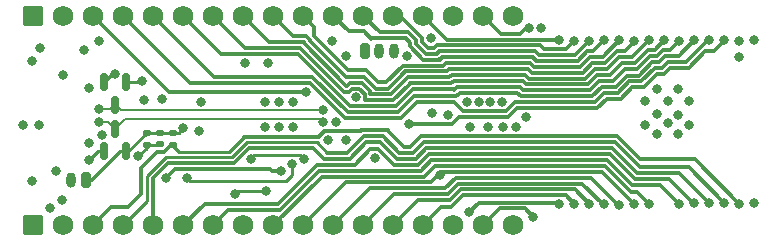
<source format=gbr>
%TF.GenerationSoftware,KiCad,Pcbnew,(6.0.1)*%
%TF.CreationDate,2023-01-04T22:15:02+03:00*%
%TF.ProjectId,EspDevBoard,45737044-6576-4426-9f61-72642e6b6963,rev?*%
%TF.SameCoordinates,Original*%
%TF.FileFunction,Copper,L4,Bot*%
%TF.FilePolarity,Positive*%
%FSLAX46Y46*%
G04 Gerber Fmt 4.6, Leading zero omitted, Abs format (unit mm)*
G04 Created by KiCad (PCBNEW (6.0.1)) date 2023-01-04 22:15:02*
%MOMM*%
%LPD*%
G01*
G04 APERTURE LIST*
G04 Aperture macros list*
%AMRoundRect*
0 Rectangle with rounded corners*
0 $1 Rounding radius*
0 $2 $3 $4 $5 $6 $7 $8 $9 X,Y pos of 4 corners*
0 Add a 4 corners polygon primitive as box body*
4,1,4,$2,$3,$4,$5,$6,$7,$8,$9,$2,$3,0*
0 Add four circle primitives for the rounded corners*
1,1,$1+$1,$2,$3*
1,1,$1+$1,$4,$5*
1,1,$1+$1,$6,$7*
1,1,$1+$1,$8,$9*
0 Add four rect primitives between the rounded corners*
20,1,$1+$1,$2,$3,$4,$5,0*
20,1,$1+$1,$4,$5,$6,$7,0*
20,1,$1+$1,$6,$7,$8,$9,0*
20,1,$1+$1,$8,$9,$2,$3,0*%
G04 Aperture macros list end*
%TA.AperFunction,ComponentPad*%
%ADD10RoundRect,0.250000X-0.620000X-0.620000X0.620000X-0.620000X0.620000X0.620000X-0.620000X0.620000X0*%
%TD*%
%TA.AperFunction,ComponentPad*%
%ADD11C,1.740000*%
%TD*%
%TA.AperFunction,ComponentPad*%
%ADD12RoundRect,0.200000X0.200000X0.450000X-0.200000X0.450000X-0.200000X-0.450000X0.200000X-0.450000X0*%
%TD*%
%TA.AperFunction,ComponentPad*%
%ADD13O,0.800000X1.300000*%
%TD*%
%TA.AperFunction,ComponentPad*%
%ADD14RoundRect,0.200000X-0.200000X-0.450000X0.200000X-0.450000X0.200000X0.450000X-0.200000X0.450000X0*%
%TD*%
%TA.AperFunction,SMDPad,CuDef*%
%ADD15RoundRect,0.150000X0.150000X-0.587500X0.150000X0.587500X-0.150000X0.587500X-0.150000X-0.587500X0*%
%TD*%
%TA.AperFunction,SMDPad,CuDef*%
%ADD16RoundRect,0.150000X-0.150000X0.587500X-0.150000X-0.587500X0.150000X-0.587500X0.150000X0.587500X0*%
%TD*%
%TA.AperFunction,SMDPad,CuDef*%
%ADD17RoundRect,0.135000X0.185000X-0.135000X0.185000X0.135000X-0.185000X0.135000X-0.185000X-0.135000X0*%
%TD*%
%TA.AperFunction,SMDPad,CuDef*%
%ADD18RoundRect,0.140000X-0.170000X0.140000X-0.170000X-0.140000X0.170000X-0.140000X0.170000X0.140000X0*%
%TD*%
%TA.AperFunction,SMDPad,CuDef*%
%ADD19RoundRect,0.135000X-0.185000X0.135000X-0.185000X-0.135000X0.185000X-0.135000X0.185000X0.135000X0*%
%TD*%
%TA.AperFunction,ViaPad*%
%ADD20C,0.800000*%
%TD*%
%TA.AperFunction,Conductor*%
%ADD21C,0.250000*%
%TD*%
%TA.AperFunction,Conductor*%
%ADD22C,0.300000*%
%TD*%
%TA.AperFunction,Conductor*%
%ADD23C,0.200000*%
%TD*%
G04 APERTURE END LIST*
D10*
%TO.P,J2,1,Pin_1*%
%TO.N,GND*%
X180900000Y-63300000D03*
D11*
%TO.P,J2,2,Pin_2*%
%TO.N,+3V3*%
X183440000Y-63300000D03*
%TO.P,J2,3,Pin_3*%
%TO.N,/EN*%
X185980000Y-63300000D03*
%TO.P,J2,4,Pin_4*%
%TO.N,/I36*%
X188520000Y-63300000D03*
%TO.P,J2,5,Pin_5*%
%TO.N,/I39*%
X191060000Y-63300000D03*
%TO.P,J2,6,Pin_6*%
%TO.N,/I34*%
X193600000Y-63300000D03*
%TO.P,J2,7,Pin_7*%
%TO.N,/I35*%
X196140000Y-63300000D03*
%TO.P,J2,8,Pin_8*%
%TO.N,/IO32*%
X198680000Y-63300000D03*
%TO.P,J2,9,Pin_9*%
%TO.N,/IO33*%
X201220000Y-63300000D03*
%TO.P,J2,10,Pin_10*%
%TO.N,/IO25*%
X203760000Y-63300000D03*
%TO.P,J2,11,Pin_11*%
%TO.N,/IO26*%
X206300000Y-63300000D03*
%TO.P,J2,12,Pin_12*%
%TO.N,/IO27*%
X208840000Y-63300000D03*
%TO.P,J2,13,Pin_13*%
%TO.N,/IO14*%
X211380000Y-63300000D03*
%TO.P,J2,14,Pin_14*%
%TO.N,/IO12*%
X213920000Y-63300000D03*
%TO.P,J2,15,Pin_15*%
%TO.N,GND*%
X216460000Y-63300000D03*
%TO.P,J2,16,Pin_16*%
%TO.N,/IO13*%
X219000000Y-63300000D03*
%TO.P,J2,17,Pin_17*%
%TO.N,VCC*%
X221540000Y-63300000D03*
%TD*%
D12*
%TO.P,J4,1,Pin_1*%
%TO.N,Net-(C11-Pad1)*%
X185325000Y-77200000D03*
D13*
%TO.P,J4,2,Pin_2*%
%TO.N,+3V3*%
X184075000Y-77200000D03*
%TD*%
D14*
%TO.P,J1,1,Pin_1*%
%TO.N,VBUS*%
X208950000Y-66300000D03*
D13*
%TO.P,J1,2,Pin_2*%
%TO.N,+5V*%
X210200000Y-66300000D03*
%TO.P,J1,3,Pin_3*%
%TO.N,VCC*%
X211450000Y-66300000D03*
%TD*%
D10*
%TO.P,J5,1,Pin_1*%
%TO.N,+3V3*%
X180900000Y-81000000D03*
D11*
%TO.P,J5,2,Pin_2*%
%TO.N,GND*%
X183440000Y-81000000D03*
%TO.P,J5,3,Pin_3*%
%TO.N,/IO23*%
X185980000Y-81000000D03*
%TO.P,J5,4,Pin_4*%
%TO.N,/IO22*%
X188520000Y-81000000D03*
%TO.P,J5,5,Pin_5*%
%TO.N,/TXD0*%
X191060000Y-81000000D03*
%TO.P,J5,6,Pin_6*%
%TO.N,/RXD0*%
X193600000Y-81000000D03*
%TO.P,J5,7,Pin_7*%
%TO.N,/IO21*%
X196140000Y-81000000D03*
%TO.P,J5,8,Pin_8*%
%TO.N,GND*%
X198680000Y-81000000D03*
%TO.P,J5,9,Pin_9*%
%TO.N,/IO19*%
X201220000Y-81000000D03*
%TO.P,J5,10,Pin_10*%
%TO.N,/IO18*%
X203760000Y-81000000D03*
%TO.P,J5,11,Pin_11*%
%TO.N,/IO5*%
X206300000Y-81000000D03*
%TO.P,J5,12,Pin_12*%
%TO.N,/IO17*%
X208840000Y-81000000D03*
%TO.P,J5,13,Pin_13*%
%TO.N,/IO16*%
X211380000Y-81000000D03*
%TO.P,J5,14,Pin_14*%
%TO.N,/IO4*%
X213920000Y-81000000D03*
%TO.P,J5,15,Pin_15*%
%TO.N,/IO0_CON*%
X216460000Y-81000000D03*
%TO.P,J5,16,Pin_16*%
%TO.N,/IO2*%
X219000000Y-81000000D03*
%TO.P,J5,17,Pin_17*%
%TO.N,/IO15*%
X221540000Y-81000000D03*
%TD*%
D15*
%TO.P,Q1,1,G*%
%TO.N,Net-(C11-Pad1)*%
X188750000Y-74737500D03*
%TO.P,Q1,2,S*%
%TO.N,GND*%
X186850000Y-74737500D03*
%TO.P,Q1,3,D*%
%TO.N,/USB_DP*%
X187800000Y-72862500D03*
%TD*%
D16*
%TO.P,Q2,1,G*%
%TO.N,Net-(C11-Pad1)*%
X186850000Y-68925000D03*
%TO.P,Q2,2,S*%
%TO.N,GND*%
X188750000Y-68925000D03*
%TO.P,Q2,3,D*%
%TO.N,/USB_DN*%
X187800000Y-70800000D03*
%TD*%
D17*
%TO.P,R10,1*%
%TO.N,GND*%
X190500000Y-74210000D03*
%TO.P,R10,2*%
%TO.N,Net-(C11-Pad1)*%
X190500000Y-73190000D03*
%TD*%
D18*
%TO.P,C11,1*%
%TO.N,Net-(C11-Pad1)*%
X191600000Y-73220000D03*
%TO.P,C11,2*%
%TO.N,GND*%
X191600000Y-74180000D03*
%TD*%
D19*
%TO.P,R9,1*%
%TO.N,Net-(C11-Pad1)*%
X192700000Y-73190000D03*
%TO.P,R9,2*%
%TO.N,/IO23*%
X192700000Y-74210000D03*
%TD*%
D20*
%TO.N,+3V3*%
X240685000Y-65385000D03*
X207400000Y-73800000D03*
X207400000Y-66700000D03*
X216000000Y-71700000D03*
X200790000Y-67290000D03*
X217900000Y-72700000D03*
X218600000Y-70600000D03*
X219400000Y-72700000D03*
X222600000Y-71900000D03*
X240685000Y-66785000D03*
%TO.N,GND*%
X195100000Y-70600000D03*
X221800000Y-72700000D03*
X236400000Y-70500000D03*
X200500000Y-70600000D03*
X236400000Y-72500000D03*
X186500000Y-65400000D03*
X181400000Y-72500000D03*
X235500000Y-69500000D03*
X214600000Y-65200000D03*
X205875386Y-73800000D03*
X206500000Y-72300000D03*
X183300000Y-78900000D03*
X183375000Y-68325000D03*
X219600000Y-70600000D03*
X233700000Y-73300000D03*
X201700000Y-70600000D03*
X180050000Y-72500000D03*
X208200000Y-70200000D03*
X241955000Y-65355000D03*
X181500000Y-66000000D03*
X202900000Y-70600000D03*
X185200000Y-66200000D03*
X198790000Y-67290000D03*
X182300000Y-79600000D03*
X220600000Y-70600000D03*
X212500000Y-66700000D03*
X233700000Y-71600000D03*
X241955000Y-79155000D03*
X201700000Y-72700000D03*
X233700000Y-69500000D03*
X234600000Y-70500000D03*
X185600000Y-69400000D03*
X217600000Y-70600000D03*
X235500000Y-71700000D03*
X209800000Y-75300000D03*
X200500000Y-72700000D03*
X180800000Y-67100000D03*
X182800000Y-76400000D03*
X202900000Y-72700000D03*
X180800000Y-77300000D03*
X189800000Y-75200000D03*
X190100000Y-68800000D03*
X185600000Y-74100000D03*
X190300000Y-70400000D03*
X185600000Y-75500000D03*
X186750000Y-73350000D03*
X223900000Y-64350000D03*
X214700000Y-71500000D03*
X206200000Y-65400000D03*
X220700000Y-72700000D03*
X194950000Y-73050000D03*
X234600000Y-72400000D03*
X235500000Y-73300000D03*
X232700000Y-72500000D03*
X232700000Y-70500000D03*
%TO.N,Net-(C11-Pad1)*%
X187800000Y-68200000D03*
X191800000Y-70300000D03*
X193600000Y-72800000D03*
%TO.N,/EN*%
X200600000Y-78100000D03*
X204000000Y-69700000D03*
X239415000Y-65315000D03*
X198000000Y-78400000D03*
X212750489Y-72449511D03*
%TO.N,/IO18*%
X215298079Y-76801921D03*
X231795000Y-79205000D03*
%TO.N,/USB_DP*%
X205400000Y-72300000D03*
X186480000Y-72280000D03*
%TO.N,/USB_DN*%
X205400000Y-71300000D03*
X186480000Y-71220000D03*
%TO.N,/I36*%
X238145000Y-65345000D03*
%TO.N,/I39*%
X236875000Y-65375000D03*
%TO.N,/I34*%
X235605000Y-65395000D03*
%TO.N,/I35*%
X234335000Y-65365000D03*
%TO.N,/IO32*%
X233065000Y-65365000D03*
%TO.N,/IO33*%
X231795000Y-65395000D03*
%TO.N,/IO25*%
X230525000Y-65375000D03*
%TO.N,/IO26*%
X229255000Y-65345000D03*
%TO.N,/IO27*%
X227985000Y-65385000D03*
%TO.N,/IO14*%
X226715000Y-65385000D03*
%TO.N,/IO12*%
X225445000Y-65355000D03*
%TO.N,/IO13*%
X222900000Y-64300000D03*
%TO.N,/IO23*%
X240685000Y-79185000D03*
%TO.N,/IO22*%
X239415000Y-79115000D03*
%TO.N,/TXD0*%
X238145000Y-79145000D03*
%TO.N,/RXD0*%
X236875000Y-79175000D03*
%TO.N,/IO21*%
X235605000Y-79205000D03*
%TO.N,/IO19*%
X233065000Y-79235000D03*
%TO.N,/IO5*%
X230525000Y-79275000D03*
%TO.N,/IO17*%
X229255000Y-79245000D03*
%TO.N,/IO16*%
X227985000Y-79215000D03*
%TO.N,/IO4*%
X226715000Y-79215000D03*
%TO.N,/IO2*%
X223200000Y-80300000D03*
%TO.N,/DTR*%
X203850000Y-75450000D03*
X199300000Y-75400000D03*
%TO.N,/IO0*%
X217800000Y-79900000D03*
X225445000Y-79245000D03*
%TO.N,/RXD*%
X192110000Y-77010000D03*
X201900000Y-76400000D03*
%TO.N,/TXD*%
X193900000Y-77000000D03*
X202800000Y-75800000D03*
%TD*%
D21*
%TO.N,GND*%
X186850000Y-74737500D02*
X186362500Y-74737500D01*
X190500000Y-74500000D02*
X189800000Y-75200000D01*
X186362500Y-74737500D02*
X185600000Y-75500000D01*
X191570000Y-74210000D02*
X191600000Y-74180000D01*
X190500000Y-74210000D02*
X191570000Y-74210000D01*
X190500000Y-74210000D02*
X190500000Y-74500000D01*
X189975000Y-68925000D02*
X190100000Y-68800000D01*
X188750000Y-68925000D02*
X189975000Y-68925000D01*
%TO.N,Net-(C11-Pad1)*%
X185325000Y-77200000D02*
X185796072Y-77200000D01*
X187800000Y-68200000D02*
X187575000Y-68200000D01*
X192670000Y-73220000D02*
X192700000Y-73190000D01*
X193210000Y-73190000D02*
X193600000Y-72800000D01*
X191570000Y-73190000D02*
X191600000Y-73220000D01*
X185796072Y-77200000D02*
X188258572Y-74737500D01*
X188952500Y-74737500D02*
X190500000Y-73190000D01*
X192700000Y-73190000D02*
X193210000Y-73190000D01*
X188258572Y-74737500D02*
X188750000Y-74737500D01*
X191600000Y-73220000D02*
X192670000Y-73220000D01*
X187575000Y-68200000D02*
X186850000Y-68925000D01*
X188750000Y-74737500D02*
X188952500Y-74737500D01*
X190500000Y-73190000D02*
X191570000Y-73190000D01*
D22*
%TO.N,/EN*%
X236404654Y-67701773D02*
X234823939Y-67701773D01*
D21*
X198300000Y-78100000D02*
X198000000Y-78400000D01*
D22*
X228651706Y-71099710D02*
X221866688Y-71099710D01*
X237803214Y-66303214D02*
X236404654Y-67701773D01*
X230619285Y-70299039D02*
X229452377Y-70299039D01*
X192380000Y-69700000D02*
X185980000Y-63300000D01*
X234823939Y-67701773D02*
X234313814Y-68211896D01*
X238496786Y-66303214D02*
X237803214Y-66303214D01*
X231566550Y-69351774D02*
X230619285Y-70299039D01*
X233720244Y-68211896D02*
X232580364Y-69351774D01*
X239415000Y-65385000D02*
X238496786Y-66303214D01*
X239415000Y-65315000D02*
X239415000Y-65385000D01*
X229452377Y-70299039D02*
X228651706Y-71099710D01*
X234313814Y-68211896D02*
X233720244Y-68211896D01*
X232580364Y-69351774D02*
X231566550Y-69351774D01*
D21*
X200600000Y-78100000D02*
X198300000Y-78100000D01*
D22*
X204000000Y-69700000D02*
X192380000Y-69700000D01*
X216910939Y-71849031D02*
X216310459Y-72449511D01*
X221117366Y-71849031D02*
X216910939Y-71849031D01*
X216310459Y-72449511D02*
X212750489Y-72449511D01*
X221866688Y-71099710D02*
X221117366Y-71849031D01*
%TO.N,/IO18*%
X214601774Y-77398226D02*
X207361773Y-77398227D01*
X229087411Y-76497411D02*
X215502589Y-76497411D01*
X215502589Y-76497411D02*
X215198079Y-76801921D01*
X207361773Y-77398227D02*
X203760000Y-81000000D01*
X215198079Y-76801921D02*
X214601774Y-77398226D01*
X231795000Y-79205000D02*
X231605000Y-79205000D01*
X231795000Y-79205000D02*
X229087411Y-76497411D01*
D23*
%TO.N,/USB_DP*%
X187217500Y-72280000D02*
X187800000Y-72862500D01*
X188662500Y-72000000D02*
X205100000Y-72000000D01*
X186480000Y-72280000D02*
X187217500Y-72280000D01*
X205100000Y-72000000D02*
X205400000Y-72300000D01*
X187800000Y-72862500D02*
X188662500Y-72000000D01*
%TO.N,/USB_DN*%
X187800000Y-70800000D02*
X188300000Y-71300000D01*
X188300000Y-71300000D02*
X205400000Y-71300000D01*
X187380000Y-71220000D02*
X187800000Y-70800000D01*
X186480000Y-71220000D02*
X187380000Y-71220000D01*
D22*
%TO.N,/I36*%
X194159030Y-68939030D02*
X188520000Y-63300000D01*
X238055000Y-65345000D02*
X236197747Y-67202253D01*
X230412375Y-69799520D02*
X229245472Y-69799520D01*
X221659780Y-70600190D02*
X220910459Y-71349511D01*
X229245472Y-69799520D02*
X228444799Y-70600190D01*
X207036654Y-71655937D02*
X204319748Y-68939031D01*
X238145000Y-65345000D02*
X238055000Y-65345000D01*
X217289541Y-71349511D02*
X216539550Y-70599520D01*
X234106907Y-67712376D02*
X233513336Y-67712376D01*
X233513336Y-67712376D02*
X232373457Y-68852254D01*
X228444799Y-70600190D02*
X221659780Y-70600190D01*
X207329266Y-71948550D02*
X207036654Y-71655937D01*
X234617031Y-67202253D02*
X234106907Y-67712376D01*
X231359642Y-68852254D02*
X230412375Y-69799520D01*
X236197747Y-67202253D02*
X234617031Y-67202253D01*
X232373457Y-68852254D02*
X231359642Y-68852254D01*
X211576196Y-71948550D02*
X207329266Y-71948550D01*
X212051449Y-71948551D02*
X211576196Y-71948550D01*
X216539550Y-70599520D02*
X213400480Y-70599520D01*
X213400480Y-70599520D02*
X212051449Y-71948551D01*
X220910459Y-71349511D02*
X217289541Y-71349511D01*
X204319748Y-68939031D02*
X194159030Y-68939030D01*
%TO.N,/I39*%
X234410123Y-66702733D02*
X233900000Y-67212856D01*
X216999999Y-69808057D02*
X216904028Y-69904028D01*
X204526655Y-68439511D02*
X196199511Y-68439511D01*
X231152734Y-68352734D02*
X230205468Y-69300000D01*
X213132137Y-70100000D02*
X211783105Y-71449031D01*
X217000000Y-69808057D02*
X216904028Y-69904028D01*
X207536174Y-71449030D02*
X204526655Y-68439511D01*
X233306428Y-67212856D02*
X232166550Y-68352734D01*
X196199511Y-68439511D02*
X191060000Y-63300000D01*
X230205468Y-69300000D02*
X229038564Y-69300000D01*
X235547267Y-66702733D02*
X234410123Y-66702733D01*
X228237892Y-70100670D02*
X222187816Y-70100670D01*
X216708057Y-70100000D02*
X213132137Y-70100000D01*
X222187816Y-70100670D02*
X221895203Y-69808057D01*
X232166550Y-68352734D02*
X231152734Y-68352734D01*
X211783105Y-71449031D02*
X207536174Y-71449030D01*
X229038564Y-69300000D02*
X228237892Y-70100670D01*
X233900000Y-67212856D02*
X233306428Y-67212856D01*
X216904028Y-69904028D02*
X216708057Y-70100000D01*
X221895203Y-69808057D02*
X216999999Y-69808057D01*
X236875000Y-65375000D02*
X235547267Y-66702733D01*
%TO.N,/I34*%
X228834538Y-68797598D02*
X228030985Y-69601150D01*
X216791463Y-69308537D02*
X216500000Y-69600000D01*
X228030985Y-69601150D02*
X222394723Y-69601150D01*
X230001442Y-68797598D02*
X228834538Y-68797598D01*
X232013814Y-67799040D02*
X231000000Y-67799040D01*
X231000000Y-67799040D02*
X230001442Y-68797598D01*
X234203214Y-66203214D02*
X233700000Y-66706428D01*
X233693092Y-66699520D02*
X233113336Y-66699520D01*
X222102110Y-69308537D02*
X216791463Y-69308537D01*
X196800000Y-66500000D02*
X193600000Y-63300000D01*
X235605000Y-65395000D02*
X234796786Y-66203214D01*
X233700000Y-66706428D02*
X233693092Y-66699520D01*
X211576198Y-70949511D02*
X207743083Y-70949511D01*
X216412376Y-69512376D02*
X213013333Y-69512376D01*
X213013333Y-69512376D02*
X211576198Y-70949511D01*
X233113336Y-66699520D02*
X232013814Y-67799040D01*
X216500000Y-69600000D02*
X216412376Y-69512376D01*
X207743083Y-70949511D02*
X203293572Y-66500000D01*
X222394723Y-69601150D02*
X222102110Y-69308537D01*
X203293572Y-66500000D02*
X196800000Y-66500000D01*
X234796786Y-66203214D02*
X234203214Y-66203214D01*
%TO.N,/I35*%
X208510459Y-69450489D02*
X207889541Y-69450489D01*
X208949511Y-69889541D02*
X208510459Y-69450489D01*
X216300000Y-69012856D02*
X212806427Y-69012856D01*
X227824078Y-69101630D02*
X222601630Y-69101630D01*
X211369290Y-70449991D02*
X208949991Y-70449991D01*
X228627629Y-68298079D02*
X227824078Y-69101630D01*
X203500000Y-66000000D02*
X198840000Y-66000000D01*
X229721202Y-68298079D02*
X228627629Y-68298079D01*
X212712854Y-69106427D02*
X211369290Y-70449991D01*
X231806907Y-67299520D02*
X230719763Y-67299520D01*
X232906428Y-66200000D02*
X231806907Y-67299520D01*
X206900000Y-69400000D02*
X203500000Y-66000000D01*
X198840000Y-66000000D02*
X196140000Y-63300000D01*
X208949991Y-70449991D02*
X208949511Y-70449511D01*
X207200000Y-69700000D02*
X206700000Y-69200000D01*
X230719763Y-67299520D02*
X229721202Y-68298079D01*
X222601630Y-69032327D02*
X222365463Y-68796160D01*
X207889541Y-69450489D02*
X207640030Y-69700000D01*
X208949511Y-70449511D02*
X208949511Y-69889541D01*
X216516696Y-68796160D02*
X216300000Y-69012856D01*
X233500000Y-66200000D02*
X232906428Y-66200000D01*
X222365463Y-68796160D02*
X216516696Y-68796160D01*
X234335000Y-65365000D02*
X233500000Y-66200000D01*
X222601630Y-69101630D02*
X222601630Y-69032327D01*
X207640030Y-69700000D02*
X207200000Y-69700000D01*
X212806427Y-69012856D02*
X212712854Y-69106427D01*
%TO.N,/IO32*%
X212213334Y-68899520D02*
X211162383Y-69950471D01*
X233065000Y-65365000D02*
X233065000Y-65435000D01*
X229514295Y-67798559D02*
X228420725Y-67798559D01*
X207406428Y-69200000D02*
X203786664Y-65580236D01*
X233065000Y-65365000D02*
X233035000Y-65365000D01*
X203786664Y-65499520D02*
X200879520Y-65499520D01*
X233065000Y-65365000D02*
X232935000Y-65365000D01*
X207682634Y-68950969D02*
X207433603Y-69200000D01*
X208717366Y-68950969D02*
X207682634Y-68950969D01*
X200879520Y-65499520D02*
X198680000Y-63300000D01*
X203786664Y-65580236D02*
X203786664Y-65499520D01*
X233035000Y-65365000D02*
X231600000Y-66800000D01*
X227617171Y-68602110D02*
X222877840Y-68602109D01*
X222877840Y-68602109D02*
X222572371Y-68296640D01*
X228420725Y-67798559D02*
X227617171Y-68602110D01*
X222572371Y-68296640D02*
X216309788Y-68296640D01*
X209449031Y-69682634D02*
X208717366Y-68950969D01*
X216100000Y-68506428D02*
X212606428Y-68506428D01*
X216309788Y-68296640D02*
X216100000Y-68506428D01*
X207433603Y-69200000D02*
X207406428Y-69200000D01*
X212606428Y-68506428D02*
X212213334Y-68899520D01*
X230512856Y-66800000D02*
X229514295Y-67798559D01*
X211162383Y-69950471D02*
X209450471Y-69950471D01*
X209449031Y-69949031D02*
X209449031Y-69682634D01*
X209450471Y-69950471D02*
X209449031Y-69949031D01*
X231600000Y-66800000D02*
X230512856Y-66800000D01*
%TO.N,/IO33*%
X215900000Y-68000000D02*
X215898077Y-67998077D01*
X203993572Y-65000000D02*
X202920000Y-65000000D01*
X215898077Y-67998077D02*
X212408351Y-67998077D01*
X202920000Y-65000000D02*
X201220000Y-63300000D01*
X227410264Y-68102590D02*
X223084747Y-68102589D01*
X231795000Y-65395000D02*
X231795000Y-65405000D01*
X223084747Y-68102589D02*
X222779278Y-67797120D01*
X201900000Y-63300000D02*
X201220000Y-63300000D01*
X207364305Y-68451449D02*
X204306428Y-65393572D01*
X216102880Y-67797120D02*
X215900000Y-68000000D01*
X231000000Y-66300000D02*
X230306428Y-66300000D01*
X209923776Y-69450951D02*
X208924273Y-68451449D01*
X212408351Y-67998077D02*
X212006427Y-68400000D01*
X210955476Y-69450951D02*
X209923776Y-69450951D01*
X231795000Y-65395000D02*
X231705000Y-65395000D01*
X204306428Y-65312857D02*
X204096785Y-65103214D01*
X204306428Y-65393572D02*
X204306428Y-65312857D01*
X228213817Y-67299039D02*
X227410264Y-68102590D01*
X231795000Y-65505000D02*
X231000000Y-66300000D01*
X212006427Y-68400000D02*
X210955476Y-69450951D01*
X230306428Y-66300000D02*
X229307388Y-67299039D01*
X208924273Y-68451449D02*
X207364305Y-68451449D01*
X222779278Y-67797120D02*
X216102880Y-67797120D01*
X231795000Y-65395000D02*
X231795000Y-65505000D01*
X229307388Y-67299039D02*
X228213817Y-67299039D01*
%TO.N,/IO25*%
X210799999Y-68900000D02*
X210100000Y-68900000D01*
X213459273Y-67498557D02*
X212201443Y-67498557D01*
X223291656Y-67603070D02*
X222986186Y-67297600D01*
X207519764Y-67900480D02*
X204809642Y-65190358D01*
X229100481Y-66799519D02*
X228006909Y-66799519D01*
X212201443Y-67498557D02*
X210799999Y-68900000D01*
X228006909Y-66799519D02*
X227203357Y-67603070D01*
X214482611Y-67498559D02*
X213459273Y-67498557D01*
X215601441Y-67498559D02*
X214482611Y-67498559D01*
X204700000Y-65000000D02*
X204700000Y-64240000D01*
X204700000Y-64240000D02*
X203760000Y-63300000D01*
X227203357Y-67603070D02*
X223291656Y-67603070D01*
X209100480Y-67900480D02*
X207519764Y-67900480D01*
X222986186Y-67297600D02*
X215802400Y-67297600D01*
X230525000Y-65375000D02*
X229100481Y-66799519D01*
X215802400Y-67297600D02*
X215601441Y-67498559D01*
X210100000Y-68900000D02*
X209100480Y-67900480D01*
%TO.N,/IO26*%
X226996450Y-67103550D02*
X223498563Y-67103550D01*
X209516428Y-65216428D02*
X208900000Y-64600000D01*
X223498563Y-67103550D02*
X223193093Y-66798080D01*
X208900000Y-64600000D02*
X207600000Y-64600000D01*
X223193093Y-66798080D02*
X215500000Y-66798080D01*
X212800481Y-65562848D02*
X212437153Y-65199520D01*
X215286412Y-66986412D02*
X215273784Y-66999040D01*
X212800481Y-65873307D02*
X212800481Y-65562848D01*
X209533336Y-65199520D02*
X209516428Y-65216428D01*
X207600000Y-64600000D02*
X206300000Y-63300000D01*
X227800000Y-66300000D02*
X226996450Y-67103550D01*
X213926212Y-66999038D02*
X212800481Y-65873307D01*
X212437153Y-65199520D02*
X209533336Y-65199520D01*
X229255000Y-65345000D02*
X228300000Y-66300000D01*
X215273784Y-66999040D02*
X213926212Y-66999038D01*
X228300000Y-66300000D02*
X227800000Y-66300000D01*
X215500000Y-66798080D02*
X215299040Y-66999040D01*
X215299040Y-66999040D02*
X215286412Y-66986412D01*
X229255000Y-65345000D02*
X229084970Y-65345000D01*
%TO.N,/IO27*%
X210240000Y-64700000D02*
X208840000Y-63300000D01*
X214133121Y-66499519D02*
X213300000Y-65666398D01*
X227985000Y-65385000D02*
X227774970Y-65385000D01*
X215267838Y-66298560D02*
X215066877Y-66499520D01*
X223705470Y-66604030D02*
X223400000Y-66298560D01*
X213300000Y-65355939D02*
X212644061Y-64700000D01*
X227985000Y-65385000D02*
X226765970Y-66604030D01*
X223400000Y-66298560D02*
X215267838Y-66298560D01*
X226765970Y-66604030D02*
X223705470Y-66604030D01*
X215066877Y-66499520D02*
X214133121Y-66499519D01*
X213300000Y-65666398D02*
X213300000Y-65355939D01*
X212644061Y-64700000D02*
X210240000Y-64700000D01*
%TO.N,/IO14*%
X211950489Y-63300000D02*
X211380000Y-63300000D01*
X225995489Y-66104511D02*
X224104511Y-66104511D01*
X213850489Y-65200000D02*
X211950489Y-63300000D01*
X214340030Y-66000000D02*
X213850489Y-65510459D01*
X223799040Y-65799040D02*
X215060930Y-65799040D01*
X213850489Y-65510459D02*
X213850489Y-65200000D01*
X224104511Y-66104511D02*
X223799040Y-65799040D01*
X214859970Y-66000000D02*
X214340030Y-66000000D01*
X226715000Y-65385000D02*
X225995489Y-66104511D01*
X215060930Y-65799040D02*
X214859970Y-66000000D01*
%TO.N,/IO12*%
X225389520Y-65299520D02*
X215919520Y-65299520D01*
X215919520Y-65299520D02*
X213920000Y-63300000D01*
X225445000Y-65355000D02*
X225389520Y-65299520D01*
%TO.N,/IO13*%
X222100000Y-64800000D02*
X220500000Y-64800000D01*
X220500000Y-64800000D02*
X219000000Y-63300000D01*
X222600000Y-64300000D02*
X222900000Y-64300000D01*
X222100000Y-64800000D02*
X222600000Y-64300000D01*
%TO.N,/IO23*%
X210900000Y-73000000D02*
X211000000Y-73100000D01*
D21*
X197497886Y-74800000D02*
X198772406Y-73525480D01*
D22*
X208687144Y-73000000D02*
X210900000Y-73000000D01*
X232232136Y-75400000D02*
X230332136Y-73500000D01*
X191990480Y-74809520D02*
X192400000Y-74400000D01*
X236900000Y-75400000D02*
X232232136Y-75400000D01*
X222799706Y-73500294D02*
X213699706Y-73500294D01*
D21*
X193203858Y-74800000D02*
X197497886Y-74800000D01*
D22*
X208637633Y-73049511D02*
X208687144Y-73000000D01*
X187480000Y-79500000D02*
X188900000Y-79500000D01*
X212300000Y-74400000D02*
X211000000Y-73100000D01*
X205074520Y-73525480D02*
X205550489Y-73049511D01*
X198772406Y-73525480D02*
X205074520Y-73525480D01*
X190000000Y-78400000D02*
X190000000Y-76210000D01*
X191400480Y-74809520D02*
X191990480Y-74809520D01*
X190000000Y-76210000D02*
X191400480Y-74809520D01*
X240685000Y-79185000D02*
X236900000Y-75400000D01*
X205550489Y-73049511D02*
X208637633Y-73049511D01*
D21*
X192700000Y-74210000D02*
X192700000Y-74300000D01*
D22*
X230332136Y-73500000D02*
X222800000Y-73500000D01*
X222800000Y-73500000D02*
X222799706Y-73500294D01*
X213699706Y-73500294D02*
X212800000Y-74400000D01*
X185980000Y-81000000D02*
X187480000Y-79500000D01*
D21*
X193201929Y-74801929D02*
X193203858Y-74800000D01*
X192700000Y-74300000D02*
X193201929Y-74801929D01*
D22*
X188900000Y-79500000D02*
X190000000Y-78400000D01*
X212800000Y-74400000D02*
X212300000Y-74400000D01*
%TO.N,/IO22*%
X232226193Y-76100481D02*
X230125519Y-73999811D01*
X210473306Y-73500480D02*
X208893091Y-73500481D01*
D21*
X188520000Y-81000000D02*
X190520000Y-79000000D01*
X204900000Y-74000000D02*
X205800627Y-74900627D01*
X198968958Y-74000000D02*
X204900000Y-74000000D01*
D22*
X230125517Y-73999813D02*
X213980902Y-73999814D01*
D21*
X197692509Y-75276449D02*
X192112509Y-75276449D01*
D22*
X207492945Y-74900627D02*
X205800627Y-74900627D01*
D21*
X190555356Y-76833602D02*
X192112509Y-75276449D01*
X190520000Y-79000000D02*
X190520000Y-76833602D01*
X198968958Y-74000000D02*
X197692509Y-75276449D01*
D22*
X208893091Y-73500481D02*
X207492945Y-74900627D01*
D21*
X190520000Y-76833602D02*
X190555356Y-76833602D01*
D22*
X213080716Y-74900000D02*
X211872826Y-74900000D01*
X211872826Y-74900000D02*
X210473306Y-73500480D01*
X239415000Y-79115000D02*
X236400481Y-76100481D01*
X236400481Y-76100481D02*
X232226193Y-76100481D01*
X213980902Y-73999814D02*
X213080716Y-74900000D01*
X230125519Y-73999811D02*
X230125517Y-73999813D01*
%TO.N,/TXD0*%
X235599040Y-76600960D02*
X232020244Y-76600960D01*
X207699853Y-75400147D02*
X205500147Y-75400147D01*
X191060000Y-77000030D02*
X191060000Y-81000000D01*
X192309061Y-75750969D02*
X191060000Y-77000030D01*
X209100000Y-74000000D02*
X207699853Y-75400147D01*
X204600000Y-74500000D02*
X199140030Y-74500000D01*
X232020244Y-76600960D02*
X229918612Y-74499331D01*
X238145000Y-79145000D02*
X235600000Y-76600000D01*
X211666544Y-75400146D02*
X210266398Y-74000000D01*
X235600000Y-76600000D02*
X235599040Y-76600960D01*
X199140030Y-74500000D02*
X197889061Y-75750969D01*
X205500147Y-75400147D02*
X204600000Y-74500000D01*
X213286998Y-75400146D02*
X211666544Y-75400146D01*
X214187811Y-74499333D02*
X213286998Y-75400146D01*
X197889061Y-75750969D02*
X192309061Y-75750969D01*
X229918612Y-74499331D02*
X214187811Y-74499333D01*
X210266398Y-74000000D02*
X209100000Y-74000000D01*
%TO.N,/RXD0*%
X234700480Y-77100480D02*
X236775000Y-79175000D01*
X204907479Y-75899666D02*
X205699666Y-75899666D01*
X201607144Y-79200000D02*
X204907479Y-75899666D01*
X208100333Y-75899667D02*
X209449511Y-74550489D01*
X236775000Y-79175000D02*
X236875000Y-79175000D01*
X193600000Y-81000000D02*
X195400000Y-79200000D01*
X195400000Y-79200000D02*
X201607144Y-79200000D01*
X211459636Y-75899666D02*
X213493906Y-75899666D01*
X229711705Y-74998851D02*
X231813336Y-77100480D01*
X210110459Y-74550489D02*
X211459636Y-75899666D01*
X205699666Y-75899666D02*
X205699668Y-75899668D01*
X209449511Y-74550489D02*
X210110459Y-74550489D01*
X205699668Y-75899668D02*
X208100333Y-75899667D01*
X213493906Y-75899666D02*
X214394720Y-74998852D01*
X231813336Y-77100480D02*
X234700480Y-77100480D01*
X214394720Y-74998852D02*
X229711705Y-74998851D01*
%TO.N,/IO21*%
X197400000Y-79740000D02*
X201773572Y-79740000D01*
X214601629Y-75498371D02*
X229504798Y-75498371D01*
X231606428Y-77600000D02*
X234000000Y-77600000D01*
X229504798Y-75498371D02*
X231606428Y-77600000D01*
X196140000Y-81000000D02*
X197400000Y-79740000D01*
X213700814Y-76399186D02*
X214601629Y-75498371D01*
X205114386Y-76399186D02*
X213700814Y-76399186D01*
X234000000Y-77600000D02*
X235605000Y-79205000D01*
X201773572Y-79740000D02*
X205114386Y-76399186D01*
%TO.N,/IO19*%
X232030000Y-78200000D02*
X231500000Y-78200000D01*
X233065000Y-79235000D02*
X232030000Y-78200000D01*
X214902109Y-75997891D02*
X214001294Y-76898706D01*
X229297891Y-75997891D02*
X214902109Y-75997891D01*
X214001294Y-76898706D02*
X205321292Y-76898708D01*
X205321292Y-76898708D02*
X201220000Y-81000000D01*
X231500000Y-78200000D02*
X229297891Y-75997891D01*
%TO.N,/IO5*%
X230375000Y-79275000D02*
X230525000Y-79275000D01*
X209402253Y-77897747D02*
X215782970Y-77897746D01*
X206300000Y-81000000D02*
X209402253Y-77897747D01*
X228096931Y-76996931D02*
X230375000Y-79275000D01*
X216683786Y-76996931D02*
X228096931Y-76996931D01*
X215782970Y-77897746D02*
X216683786Y-76996931D01*
%TO.N,/IO17*%
X229255000Y-79245000D02*
X229145000Y-79245000D01*
X215989878Y-78397266D02*
X211442734Y-78397266D01*
X216890693Y-77496451D02*
X215989878Y-78397266D01*
X229145000Y-79245000D02*
X227396450Y-77496450D01*
X211442734Y-78397266D02*
X208840000Y-81000000D01*
X227396450Y-77496450D02*
X216890693Y-77496451D01*
%TO.N,/IO16*%
X211380000Y-80520000D02*
X211380000Y-81000000D01*
X226765970Y-77995970D02*
X217097602Y-77995970D01*
X227985000Y-79215000D02*
X226765970Y-77995970D01*
X213483214Y-78896786D02*
X211380000Y-81000000D01*
X217097602Y-77995970D02*
X216196786Y-78896786D01*
X216196786Y-78896786D02*
X213483214Y-78896786D01*
%TO.N,/IO4*%
X215400000Y-79500000D02*
X215400000Y-79520000D01*
X214300000Y-81000000D02*
X213920000Y-81000000D01*
X217304511Y-78495489D02*
X216300000Y-79500000D01*
X215400000Y-79520000D02*
X213920000Y-81000000D01*
X216300000Y-79500000D02*
X215400000Y-79500000D01*
X225995489Y-78495489D02*
X217304511Y-78495489D01*
X226715000Y-79215000D02*
X225995489Y-78495489D01*
%TO.N,/IO2*%
X220400000Y-79600000D02*
X219000000Y-81000000D01*
X222500000Y-79600000D02*
X220400000Y-79600000D01*
X223200000Y-80300000D02*
X222500000Y-79600000D01*
D21*
%TO.N,/DTR*%
X199300000Y-75400000D02*
X199624511Y-75075489D01*
X199624511Y-75075489D02*
X203475489Y-75075489D01*
X203475489Y-75075489D02*
X203850000Y-75450000D01*
X203850000Y-75450000D02*
X203900000Y-75500000D01*
D22*
%TO.N,/IO0*%
X225445000Y-79245000D02*
X225300481Y-79100481D01*
X225300481Y-79100481D02*
X218599519Y-79100481D01*
X218599519Y-79100481D02*
X217800000Y-79900000D01*
%TO.N,/RXD*%
X200949511Y-76250489D02*
X201099022Y-76400000D01*
X192110000Y-77010000D02*
X192869511Y-76250489D01*
X192869511Y-76250489D02*
X200949511Y-76250489D01*
X201099022Y-76400000D02*
X201900000Y-76400000D01*
D21*
%TO.N,/TXD*%
X202300000Y-77300000D02*
X194200000Y-77300000D01*
X202800000Y-75800000D02*
X202800000Y-76800000D01*
X194200000Y-77300000D02*
X193900000Y-77000000D01*
D22*
X202800000Y-76000000D02*
X202800000Y-75800000D01*
D21*
X202800000Y-76800000D02*
X202300000Y-77300000D01*
%TD*%
M02*

</source>
